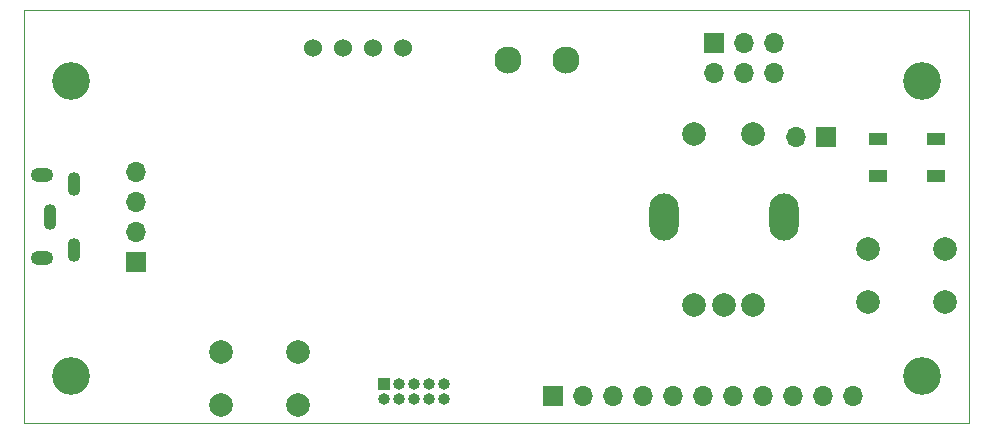
<source format=gbr>
G04 #@! TF.GenerationSoftware,KiCad,Pcbnew,(5.1.9)-1*
G04 #@! TF.CreationDate,2021-03-07T21:45:31-03:00*
G04 #@! TF.ProjectId,V0_Display,56305f44-6973-4706-9c61-792e6b696361,rev?*
G04 #@! TF.SameCoordinates,Original*
G04 #@! TF.FileFunction,Soldermask,Top*
G04 #@! TF.FilePolarity,Negative*
%FSLAX46Y46*%
G04 Gerber Fmt 4.6, Leading zero omitted, Abs format (unit mm)*
G04 Created by KiCad (PCBNEW (5.1.9)-1) date 2021-03-07 21:45:31*
%MOMM*%
%LPD*%
G01*
G04 APERTURE LIST*
G04 #@! TA.AperFunction,Profile*
%ADD10C,0.050000*%
G04 #@! TD*
%ADD11C,1.524000*%
%ADD12R,1.500000X1.000000*%
%ADD13O,2.500000X4.000000*%
%ADD14C,2.000000*%
%ADD15O,1.700000X1.700000*%
%ADD16R,1.700000X1.700000*%
%ADD17O,1.100000X2.200000*%
%ADD18O,1.100000X2.000000*%
%ADD19O,1.900000X1.200000*%
%ADD20C,3.200000*%
%ADD21O,1.000000X1.000000*%
%ADD22R,1.000000X1.000000*%
%ADD23C,2.300000*%
G04 APERTURE END LIST*
D10*
X85170000Y-84650000D02*
X85170000Y-49650000D01*
X165170000Y-84650000D02*
X85170000Y-84650000D01*
X165170000Y-49650000D02*
X165170000Y-84650000D01*
X85170000Y-49650000D02*
X165170000Y-49650000D01*
D11*
X117280000Y-52850000D03*
X114740000Y-52850000D03*
X112200000Y-52850000D03*
X109660000Y-52850000D03*
D12*
X157470000Y-60550000D03*
X157470000Y-63750000D03*
X162370000Y-60550000D03*
X162370000Y-63750000D03*
D13*
X149500000Y-67150000D03*
X139340000Y-67150000D03*
D14*
X146920000Y-60150000D03*
X141920000Y-60150000D03*
X146920000Y-74650000D03*
X144420000Y-74650000D03*
X141920000Y-74650000D03*
X163170000Y-69900000D03*
X163170000Y-74400000D03*
X156670000Y-69900000D03*
X156670000Y-74400000D03*
X101852000Y-78605400D03*
X101852000Y-83105400D03*
X108352000Y-78605400D03*
X108352000Y-83105400D03*
D15*
X150575000Y-60445000D03*
D16*
X153115000Y-60445000D03*
D15*
X94670000Y-63340000D03*
X94670000Y-65880000D03*
X94670000Y-68420000D03*
D16*
X94670000Y-70960000D03*
D17*
X87350500Y-67150000D03*
D18*
X89382500Y-69944000D03*
D19*
X86682500Y-63650000D03*
X86682500Y-70650000D03*
D18*
X89382500Y-64356000D03*
D20*
X89170000Y-80650000D03*
X161170000Y-55650000D03*
X161170000Y-80650000D03*
X89170000Y-55650000D03*
D15*
X155400000Y-82347200D03*
X152860000Y-82347200D03*
X150320000Y-82347200D03*
X147780000Y-82347200D03*
X145240000Y-82347200D03*
X142700000Y-82347200D03*
X140160000Y-82347200D03*
X137620000Y-82347200D03*
X135080000Y-82347200D03*
X132540000Y-82347200D03*
D16*
X130000000Y-82347200D03*
D15*
X148712600Y-55008800D03*
X148712600Y-52468800D03*
X146172600Y-55008800D03*
X146172600Y-52468800D03*
X143632600Y-55008800D03*
D16*
X143632600Y-52468800D03*
D21*
X120747200Y-82550400D03*
X120747200Y-81280400D03*
X119477200Y-82550400D03*
X119477200Y-81280400D03*
X118207200Y-82550400D03*
X118207200Y-81280400D03*
X116937200Y-82550400D03*
X116937200Y-81280400D03*
X115667200Y-82550400D03*
D22*
X115667200Y-81280400D03*
D23*
X131032000Y-53865800D03*
X126132000Y-53865800D03*
M02*

</source>
